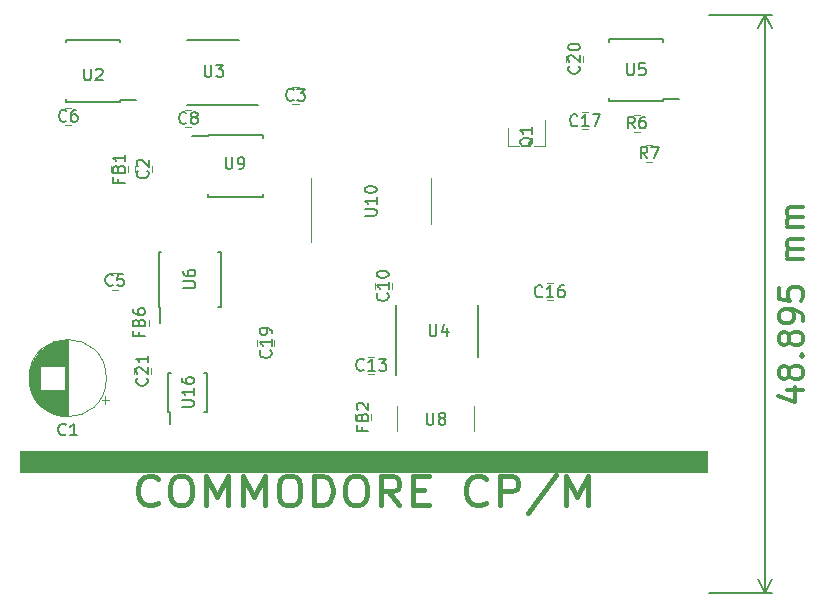
<source format=gbr>
G04 #@! TF.GenerationSoftware,KiCad,Pcbnew,(5.1.5)-3*
G04 #@! TF.CreationDate,2020-07-25T22:57:51-04:00*
G04 #@! TF.ProjectId,c64-cpm-smd,6336342d-6370-46d2-9d73-6d642e6b6963,rev?*
G04 #@! TF.SameCoordinates,Original*
G04 #@! TF.FileFunction,Legend,Top*
G04 #@! TF.FilePolarity,Positive*
%FSLAX46Y46*%
G04 Gerber Fmt 4.6, Leading zero omitted, Abs format (unit mm)*
G04 Created by KiCad (PCBNEW (5.1.5)-3) date 2020-07-25 22:57:51*
%MOMM*%
%LPD*%
G04 APERTURE LIST*
%ADD10C,0.300000*%
%ADD11C,0.150000*%
%ADD12C,0.450000*%
%ADD13C,0.120000*%
%ADD14C,0.100000*%
G04 APERTURE END LIST*
D10*
X190783928Y-134968333D02*
X192117261Y-134968333D01*
X190022023Y-135444523D02*
X191450595Y-135920714D01*
X191450595Y-134682619D01*
X190974404Y-133635000D02*
X190879166Y-133825476D01*
X190783928Y-133920714D01*
X190593452Y-134015952D01*
X190498214Y-134015952D01*
X190307738Y-133920714D01*
X190212500Y-133825476D01*
X190117261Y-133635000D01*
X190117261Y-133254047D01*
X190212500Y-133063571D01*
X190307738Y-132968333D01*
X190498214Y-132873095D01*
X190593452Y-132873095D01*
X190783928Y-132968333D01*
X190879166Y-133063571D01*
X190974404Y-133254047D01*
X190974404Y-133635000D01*
X191069642Y-133825476D01*
X191164880Y-133920714D01*
X191355357Y-134015952D01*
X191736309Y-134015952D01*
X191926785Y-133920714D01*
X192022023Y-133825476D01*
X192117261Y-133635000D01*
X192117261Y-133254047D01*
X192022023Y-133063571D01*
X191926785Y-132968333D01*
X191736309Y-132873095D01*
X191355357Y-132873095D01*
X191164880Y-132968333D01*
X191069642Y-133063571D01*
X190974404Y-133254047D01*
X191926785Y-132015952D02*
X192022023Y-131920714D01*
X192117261Y-132015952D01*
X192022023Y-132111190D01*
X191926785Y-132015952D01*
X192117261Y-132015952D01*
X190974404Y-130777857D02*
X190879166Y-130968333D01*
X190783928Y-131063571D01*
X190593452Y-131158809D01*
X190498214Y-131158809D01*
X190307738Y-131063571D01*
X190212500Y-130968333D01*
X190117261Y-130777857D01*
X190117261Y-130396904D01*
X190212500Y-130206428D01*
X190307738Y-130111190D01*
X190498214Y-130015952D01*
X190593452Y-130015952D01*
X190783928Y-130111190D01*
X190879166Y-130206428D01*
X190974404Y-130396904D01*
X190974404Y-130777857D01*
X191069642Y-130968333D01*
X191164880Y-131063571D01*
X191355357Y-131158809D01*
X191736309Y-131158809D01*
X191926785Y-131063571D01*
X192022023Y-130968333D01*
X192117261Y-130777857D01*
X192117261Y-130396904D01*
X192022023Y-130206428D01*
X191926785Y-130111190D01*
X191736309Y-130015952D01*
X191355357Y-130015952D01*
X191164880Y-130111190D01*
X191069642Y-130206428D01*
X190974404Y-130396904D01*
X192117261Y-129063571D02*
X192117261Y-128682619D01*
X192022023Y-128492142D01*
X191926785Y-128396904D01*
X191641071Y-128206428D01*
X191260119Y-128111190D01*
X190498214Y-128111190D01*
X190307738Y-128206428D01*
X190212500Y-128301666D01*
X190117261Y-128492142D01*
X190117261Y-128873095D01*
X190212500Y-129063571D01*
X190307738Y-129158809D01*
X190498214Y-129254047D01*
X190974404Y-129254047D01*
X191164880Y-129158809D01*
X191260119Y-129063571D01*
X191355357Y-128873095D01*
X191355357Y-128492142D01*
X191260119Y-128301666D01*
X191164880Y-128206428D01*
X190974404Y-128111190D01*
X190117261Y-126301666D02*
X190117261Y-127254047D01*
X191069642Y-127349285D01*
X190974404Y-127254047D01*
X190879166Y-127063571D01*
X190879166Y-126587380D01*
X190974404Y-126396904D01*
X191069642Y-126301666D01*
X191260119Y-126206428D01*
X191736309Y-126206428D01*
X191926785Y-126301666D01*
X192022023Y-126396904D01*
X192117261Y-126587380D01*
X192117261Y-127063571D01*
X192022023Y-127254047D01*
X191926785Y-127349285D01*
X192117261Y-123825476D02*
X190783928Y-123825476D01*
X190974404Y-123825476D02*
X190879166Y-123730238D01*
X190783928Y-123539761D01*
X190783928Y-123254047D01*
X190879166Y-123063571D01*
X191069642Y-122968333D01*
X192117261Y-122968333D01*
X191069642Y-122968333D02*
X190879166Y-122873095D01*
X190783928Y-122682619D01*
X190783928Y-122396904D01*
X190879166Y-122206428D01*
X191069642Y-122111190D01*
X192117261Y-122111190D01*
X192117261Y-121158809D02*
X190783928Y-121158809D01*
X190974404Y-121158809D02*
X190879166Y-121063571D01*
X190783928Y-120873095D01*
X190783928Y-120587380D01*
X190879166Y-120396904D01*
X191069642Y-120301666D01*
X192117261Y-120301666D01*
X191069642Y-120301666D02*
X190879166Y-120206428D01*
X190783928Y-120015952D01*
X190783928Y-119730238D01*
X190879166Y-119539761D01*
X191069642Y-119444523D01*
X192117261Y-119444523D01*
D11*
X188912500Y-152082500D02*
X188912500Y-103187500D01*
X184150000Y-152082500D02*
X189498921Y-152082500D01*
X184150000Y-103187500D02*
X189498921Y-103187500D01*
X188912500Y-103187500D02*
X189498921Y-104314004D01*
X188912500Y-103187500D02*
X188326079Y-104314004D01*
X188912500Y-152082500D02*
X189498921Y-150955996D01*
X188912500Y-152082500D02*
X188326079Y-150955996D01*
D12*
X137523333Y-144466357D02*
X137392380Y-144585404D01*
X136999523Y-144704452D01*
X136737619Y-144704452D01*
X136344761Y-144585404D01*
X136082857Y-144347309D01*
X135951904Y-144109214D01*
X135820952Y-143633023D01*
X135820952Y-143275880D01*
X135951904Y-142799690D01*
X136082857Y-142561595D01*
X136344761Y-142323500D01*
X136737619Y-142204452D01*
X136999523Y-142204452D01*
X137392380Y-142323500D01*
X137523333Y-142442547D01*
X139225714Y-142204452D02*
X139749523Y-142204452D01*
X140011428Y-142323500D01*
X140273333Y-142561595D01*
X140404285Y-143037785D01*
X140404285Y-143871119D01*
X140273333Y-144347309D01*
X140011428Y-144585404D01*
X139749523Y-144704452D01*
X139225714Y-144704452D01*
X138963809Y-144585404D01*
X138701904Y-144347309D01*
X138570952Y-143871119D01*
X138570952Y-143037785D01*
X138701904Y-142561595D01*
X138963809Y-142323500D01*
X139225714Y-142204452D01*
X141582857Y-144704452D02*
X141582857Y-142204452D01*
X142499523Y-143990166D01*
X143416190Y-142204452D01*
X143416190Y-144704452D01*
X144725714Y-144704452D02*
X144725714Y-142204452D01*
X145642380Y-143990166D01*
X146559047Y-142204452D01*
X146559047Y-144704452D01*
X148392380Y-142204452D02*
X148916190Y-142204452D01*
X149178095Y-142323500D01*
X149440000Y-142561595D01*
X149570952Y-143037785D01*
X149570952Y-143871119D01*
X149440000Y-144347309D01*
X149178095Y-144585404D01*
X148916190Y-144704452D01*
X148392380Y-144704452D01*
X148130476Y-144585404D01*
X147868571Y-144347309D01*
X147737619Y-143871119D01*
X147737619Y-143037785D01*
X147868571Y-142561595D01*
X148130476Y-142323500D01*
X148392380Y-142204452D01*
X150749523Y-144704452D02*
X150749523Y-142204452D01*
X151404285Y-142204452D01*
X151797142Y-142323500D01*
X152059047Y-142561595D01*
X152190000Y-142799690D01*
X152320952Y-143275880D01*
X152320952Y-143633023D01*
X152190000Y-144109214D01*
X152059047Y-144347309D01*
X151797142Y-144585404D01*
X151404285Y-144704452D01*
X150749523Y-144704452D01*
X154023333Y-142204452D02*
X154547142Y-142204452D01*
X154809047Y-142323500D01*
X155070952Y-142561595D01*
X155201904Y-143037785D01*
X155201904Y-143871119D01*
X155070952Y-144347309D01*
X154809047Y-144585404D01*
X154547142Y-144704452D01*
X154023333Y-144704452D01*
X153761428Y-144585404D01*
X153499523Y-144347309D01*
X153368571Y-143871119D01*
X153368571Y-143037785D01*
X153499523Y-142561595D01*
X153761428Y-142323500D01*
X154023333Y-142204452D01*
X157951904Y-144704452D02*
X157035238Y-143513976D01*
X156380476Y-144704452D02*
X156380476Y-142204452D01*
X157428095Y-142204452D01*
X157690000Y-142323500D01*
X157820952Y-142442547D01*
X157951904Y-142680642D01*
X157951904Y-143037785D01*
X157820952Y-143275880D01*
X157690000Y-143394928D01*
X157428095Y-143513976D01*
X156380476Y-143513976D01*
X159130476Y-143394928D02*
X160047142Y-143394928D01*
X160440000Y-144704452D02*
X159130476Y-144704452D01*
X159130476Y-142204452D01*
X160440000Y-142204452D01*
X165285238Y-144466357D02*
X165154285Y-144585404D01*
X164761428Y-144704452D01*
X164499523Y-144704452D01*
X164106666Y-144585404D01*
X163844761Y-144347309D01*
X163713809Y-144109214D01*
X163582857Y-143633023D01*
X163582857Y-143275880D01*
X163713809Y-142799690D01*
X163844761Y-142561595D01*
X164106666Y-142323500D01*
X164499523Y-142204452D01*
X164761428Y-142204452D01*
X165154285Y-142323500D01*
X165285238Y-142442547D01*
X166463809Y-144704452D02*
X166463809Y-142204452D01*
X167511428Y-142204452D01*
X167773333Y-142323500D01*
X167904285Y-142442547D01*
X168035238Y-142680642D01*
X168035238Y-143037785D01*
X167904285Y-143275880D01*
X167773333Y-143394928D01*
X167511428Y-143513976D01*
X166463809Y-143513976D01*
X171178095Y-142085404D02*
X168820952Y-145299690D01*
X172094761Y-144704452D02*
X172094761Y-142204452D01*
X173011428Y-143990166D01*
X173928095Y-142204452D01*
X173928095Y-144704452D01*
D13*
X133147500Y-133921500D02*
G75*
G03X133147500Y-133921500I-3270000J0D01*
G01*
X129877500Y-137151500D02*
X129877500Y-130691500D01*
X129837500Y-137151500D02*
X129837500Y-130691500D01*
X129797500Y-137151500D02*
X129797500Y-130691500D01*
X129757500Y-137149500D02*
X129757500Y-130693500D01*
X129717500Y-137148500D02*
X129717500Y-130694500D01*
X129677500Y-137145500D02*
X129677500Y-130697500D01*
X129637500Y-137143500D02*
X129637500Y-134961500D01*
X129637500Y-132881500D02*
X129637500Y-130699500D01*
X129597500Y-137139500D02*
X129597500Y-134961500D01*
X129597500Y-132881500D02*
X129597500Y-130703500D01*
X129557500Y-137136500D02*
X129557500Y-134961500D01*
X129557500Y-132881500D02*
X129557500Y-130706500D01*
X129517500Y-137132500D02*
X129517500Y-134961500D01*
X129517500Y-132881500D02*
X129517500Y-130710500D01*
X129477500Y-137127500D02*
X129477500Y-134961500D01*
X129477500Y-132881500D02*
X129477500Y-130715500D01*
X129437500Y-137122500D02*
X129437500Y-134961500D01*
X129437500Y-132881500D02*
X129437500Y-130720500D01*
X129397500Y-137116500D02*
X129397500Y-134961500D01*
X129397500Y-132881500D02*
X129397500Y-130726500D01*
X129357500Y-137110500D02*
X129357500Y-134961500D01*
X129357500Y-132881500D02*
X129357500Y-130732500D01*
X129317500Y-137103500D02*
X129317500Y-134961500D01*
X129317500Y-132881500D02*
X129317500Y-130739500D01*
X129277500Y-137096500D02*
X129277500Y-134961500D01*
X129277500Y-132881500D02*
X129277500Y-130746500D01*
X129237500Y-137088500D02*
X129237500Y-134961500D01*
X129237500Y-132881500D02*
X129237500Y-130754500D01*
X129197500Y-137080500D02*
X129197500Y-134961500D01*
X129197500Y-132881500D02*
X129197500Y-130762500D01*
X129156500Y-137071500D02*
X129156500Y-134961500D01*
X129156500Y-132881500D02*
X129156500Y-130771500D01*
X129116500Y-137062500D02*
X129116500Y-134961500D01*
X129116500Y-132881500D02*
X129116500Y-130780500D01*
X129076500Y-137052500D02*
X129076500Y-134961500D01*
X129076500Y-132881500D02*
X129076500Y-130790500D01*
X129036500Y-137042500D02*
X129036500Y-134961500D01*
X129036500Y-132881500D02*
X129036500Y-130800500D01*
X128996500Y-137031500D02*
X128996500Y-134961500D01*
X128996500Y-132881500D02*
X128996500Y-130811500D01*
X128956500Y-137019500D02*
X128956500Y-134961500D01*
X128956500Y-132881500D02*
X128956500Y-130823500D01*
X128916500Y-137007500D02*
X128916500Y-134961500D01*
X128916500Y-132881500D02*
X128916500Y-130835500D01*
X128876500Y-136995500D02*
X128876500Y-134961500D01*
X128876500Y-132881500D02*
X128876500Y-130847500D01*
X128836500Y-136982500D02*
X128836500Y-134961500D01*
X128836500Y-132881500D02*
X128836500Y-130860500D01*
X128796500Y-136968500D02*
X128796500Y-134961500D01*
X128796500Y-132881500D02*
X128796500Y-130874500D01*
X128756500Y-136954500D02*
X128756500Y-134961500D01*
X128756500Y-132881500D02*
X128756500Y-130888500D01*
X128716500Y-136939500D02*
X128716500Y-134961500D01*
X128716500Y-132881500D02*
X128716500Y-130903500D01*
X128676500Y-136923500D02*
X128676500Y-134961500D01*
X128676500Y-132881500D02*
X128676500Y-130919500D01*
X128636500Y-136907500D02*
X128636500Y-134961500D01*
X128636500Y-132881500D02*
X128636500Y-130935500D01*
X128596500Y-136891500D02*
X128596500Y-134961500D01*
X128596500Y-132881500D02*
X128596500Y-130951500D01*
X128556500Y-136873500D02*
X128556500Y-134961500D01*
X128556500Y-132881500D02*
X128556500Y-130969500D01*
X128516500Y-136855500D02*
X128516500Y-134961500D01*
X128516500Y-132881500D02*
X128516500Y-130987500D01*
X128476500Y-136837500D02*
X128476500Y-134961500D01*
X128476500Y-132881500D02*
X128476500Y-131005500D01*
X128436500Y-136817500D02*
X128436500Y-134961500D01*
X128436500Y-132881500D02*
X128436500Y-131025500D01*
X128396500Y-136797500D02*
X128396500Y-134961500D01*
X128396500Y-132881500D02*
X128396500Y-131045500D01*
X128356500Y-136777500D02*
X128356500Y-134961500D01*
X128356500Y-132881500D02*
X128356500Y-131065500D01*
X128316500Y-136755500D02*
X128316500Y-134961500D01*
X128316500Y-132881500D02*
X128316500Y-131087500D01*
X128276500Y-136733500D02*
X128276500Y-134961500D01*
X128276500Y-132881500D02*
X128276500Y-131109500D01*
X128236500Y-136711500D02*
X128236500Y-134961500D01*
X128236500Y-132881500D02*
X128236500Y-131131500D01*
X128196500Y-136687500D02*
X128196500Y-134961500D01*
X128196500Y-132881500D02*
X128196500Y-131155500D01*
X128156500Y-136663500D02*
X128156500Y-134961500D01*
X128156500Y-132881500D02*
X128156500Y-131179500D01*
X128116500Y-136637500D02*
X128116500Y-134961500D01*
X128116500Y-132881500D02*
X128116500Y-131205500D01*
X128076500Y-136611500D02*
X128076500Y-134961500D01*
X128076500Y-132881500D02*
X128076500Y-131231500D01*
X128036500Y-136585500D02*
X128036500Y-134961500D01*
X128036500Y-132881500D02*
X128036500Y-131257500D01*
X127996500Y-136557500D02*
X127996500Y-134961500D01*
X127996500Y-132881500D02*
X127996500Y-131285500D01*
X127956500Y-136528500D02*
X127956500Y-134961500D01*
X127956500Y-132881500D02*
X127956500Y-131314500D01*
X127916500Y-136499500D02*
X127916500Y-134961500D01*
X127916500Y-132881500D02*
X127916500Y-131343500D01*
X127876500Y-136469500D02*
X127876500Y-134961500D01*
X127876500Y-132881500D02*
X127876500Y-131373500D01*
X127836500Y-136437500D02*
X127836500Y-134961500D01*
X127836500Y-132881500D02*
X127836500Y-131405500D01*
X127796500Y-136405500D02*
X127796500Y-134961500D01*
X127796500Y-132881500D02*
X127796500Y-131437500D01*
X127756500Y-136371500D02*
X127756500Y-134961500D01*
X127756500Y-132881500D02*
X127756500Y-131471500D01*
X127716500Y-136337500D02*
X127716500Y-134961500D01*
X127716500Y-132881500D02*
X127716500Y-131505500D01*
X127676500Y-136301500D02*
X127676500Y-134961500D01*
X127676500Y-132881500D02*
X127676500Y-131541500D01*
X127636500Y-136264500D02*
X127636500Y-134961500D01*
X127636500Y-132881500D02*
X127636500Y-131578500D01*
X127596500Y-136226500D02*
X127596500Y-134961500D01*
X127596500Y-132881500D02*
X127596500Y-131616500D01*
X127556500Y-136186500D02*
X127556500Y-131656500D01*
X127516500Y-136145500D02*
X127516500Y-131697500D01*
X127476500Y-136103500D02*
X127476500Y-131739500D01*
X127436500Y-136058500D02*
X127436500Y-131784500D01*
X127396500Y-136013500D02*
X127396500Y-131829500D01*
X127356500Y-135965500D02*
X127356500Y-131877500D01*
X127316500Y-135916500D02*
X127316500Y-131926500D01*
X127276500Y-135865500D02*
X127276500Y-131977500D01*
X127236500Y-135811500D02*
X127236500Y-132031500D01*
X127196500Y-135755500D02*
X127196500Y-132087500D01*
X127156500Y-135697500D02*
X127156500Y-132145500D01*
X127116500Y-135635500D02*
X127116500Y-132207500D01*
X127076500Y-135571500D02*
X127076500Y-132271500D01*
X127036500Y-135502500D02*
X127036500Y-132340500D01*
X126996500Y-135430500D02*
X126996500Y-132412500D01*
X126956500Y-135353500D02*
X126956500Y-132489500D01*
X126916500Y-135271500D02*
X126916500Y-132571500D01*
X126876500Y-135183500D02*
X126876500Y-132659500D01*
X126836500Y-135086500D02*
X126836500Y-132756500D01*
X126796500Y-134980500D02*
X126796500Y-132862500D01*
X126756500Y-134861500D02*
X126756500Y-132981500D01*
X126716500Y-134723500D02*
X126716500Y-133119500D01*
X126676500Y-134554500D02*
X126676500Y-133288500D01*
X126636500Y-134323500D02*
X126636500Y-133519500D01*
X133377741Y-135760500D02*
X132747741Y-135760500D01*
X133062741Y-136075500D02*
X133062741Y-135445500D01*
X136981000Y-115943748D02*
X136981000Y-116466252D01*
X135561000Y-115943748D02*
X135561000Y-116466252D01*
X148900248Y-110692000D02*
X149422752Y-110692000D01*
X148900248Y-109272000D02*
X149422752Y-109272000D01*
X134119252Y-125020000D02*
X133596748Y-125020000D01*
X134119252Y-126440000D02*
X133596748Y-126440000D01*
X129659748Y-111050000D02*
X130182252Y-111050000D01*
X129659748Y-112470000D02*
X130182252Y-112470000D01*
X139819748Y-111240500D02*
X140342252Y-111240500D01*
X139819748Y-112660500D02*
X140342252Y-112660500D01*
X157301000Y-126363252D02*
X157301000Y-125840748D01*
X155881000Y-126363252D02*
X155881000Y-125840748D01*
X155836252Y-133552000D02*
X155313748Y-133552000D01*
X155836252Y-132132000D02*
X155313748Y-132132000D01*
X170426748Y-127329000D02*
X170949252Y-127329000D01*
X170426748Y-125909000D02*
X170949252Y-125909000D01*
X173933752Y-111431000D02*
X173411248Y-111431000D01*
X173933752Y-112851000D02*
X173411248Y-112851000D01*
X145911500Y-131198252D02*
X145911500Y-130675748D01*
X147331500Y-131198252D02*
X147331500Y-130675748D01*
X173493500Y-106609248D02*
X173493500Y-107131752D01*
X172073500Y-106609248D02*
X172073500Y-107131752D01*
X134949000Y-116466252D02*
X134949000Y-115943748D01*
X133529000Y-116466252D02*
X133529000Y-115943748D01*
X154166500Y-137484752D02*
X154166500Y-136962248D01*
X155586500Y-137484752D02*
X155586500Y-136962248D01*
X136727000Y-128961248D02*
X136727000Y-129483752D01*
X135307000Y-128961248D02*
X135307000Y-129483752D01*
X177792748Y-111621500D02*
X178315252Y-111621500D01*
X177792748Y-113041500D02*
X178315252Y-113041500D01*
X178863248Y-115581500D02*
X179385752Y-115581500D01*
X178863248Y-114161500D02*
X179385752Y-114161500D01*
D11*
X134341500Y-110511500D02*
X134341500Y-110386500D01*
X129691500Y-110511500D02*
X129691500Y-110286500D01*
X129691500Y-105261500D02*
X129691500Y-105486500D01*
X134341500Y-105261500D02*
X134341500Y-105486500D01*
X134341500Y-110511500D02*
X129691500Y-110511500D01*
X134341500Y-105261500D02*
X129691500Y-105261500D01*
X134341500Y-110386500D02*
X135691500Y-110386500D01*
X144376500Y-105288500D02*
X139976500Y-105288500D01*
X145951500Y-110813500D02*
X139976500Y-110813500D01*
X157713000Y-133671000D02*
X157713000Y-127696000D01*
X164613000Y-132146000D02*
X164613000Y-127696000D01*
X180315500Y-110448000D02*
X180315500Y-110323000D01*
X175665500Y-110448000D02*
X175665500Y-110223000D01*
X175665500Y-105198000D02*
X175665500Y-105423000D01*
X180315500Y-105198000D02*
X180315500Y-105423000D01*
X180315500Y-110448000D02*
X175665500Y-110448000D01*
X180315500Y-105198000D02*
X175665500Y-105198000D01*
X180315500Y-110323000D02*
X181665500Y-110323000D01*
X137583000Y-127864500D02*
X137708000Y-127864500D01*
X137583000Y-123214500D02*
X137808000Y-123214500D01*
X142833000Y-123214500D02*
X142608000Y-123214500D01*
X142833000Y-127864500D02*
X142608000Y-127864500D01*
X137583000Y-127864500D02*
X137583000Y-123214500D01*
X142833000Y-127864500D02*
X142833000Y-123214500D01*
X137708000Y-127864500D02*
X137708000Y-129214500D01*
D13*
X164306000Y-136300500D02*
X164306000Y-138400500D01*
X157766000Y-136300500D02*
X157766000Y-138400500D01*
D11*
X141756500Y-113451000D02*
X140406500Y-113451000D01*
X141756500Y-118576000D02*
X146406500Y-118576000D01*
X141756500Y-113326000D02*
X146406500Y-113326000D01*
X141756500Y-118576000D02*
X141756500Y-118351000D01*
X146406500Y-118576000D02*
X146406500Y-118351000D01*
X146406500Y-113326000D02*
X146406500Y-113551000D01*
X141756500Y-113326000D02*
X141756500Y-113451000D01*
D13*
X160635000Y-118935500D02*
X160635000Y-116985500D01*
X160635000Y-118935500D02*
X160635000Y-120885500D01*
X150515000Y-118935500D02*
X150515000Y-116985500D01*
X150515000Y-118935500D02*
X150515000Y-122385500D01*
D11*
X138392500Y-136753000D02*
X138517500Y-136753000D01*
X138392500Y-133503000D02*
X138617500Y-133503000D01*
X141642500Y-133503000D02*
X141417500Y-133503000D01*
X141642500Y-136753000D02*
X141417500Y-136753000D01*
X138392500Y-136753000D02*
X138392500Y-133503000D01*
X141642500Y-136753000D02*
X141642500Y-133503000D01*
X138517500Y-136753000D02*
X138517500Y-137828000D01*
D13*
X167139500Y-114234500D02*
X168069500Y-114234500D01*
X170299500Y-114234500D02*
X169369500Y-114234500D01*
X170299500Y-114234500D02*
X170299500Y-112074500D01*
X167139500Y-114234500D02*
X167139500Y-112774500D01*
X136917500Y-133025248D02*
X136917500Y-133547752D01*
X135497500Y-133025248D02*
X135497500Y-133547752D01*
D14*
G36*
X125857000Y-140081000D02*
G01*
X125857000Y-141859000D01*
X184023000Y-141859000D01*
X184023000Y-140081000D01*
X125857000Y-140081000D01*
G37*
X125857000Y-140081000D02*
X125857000Y-141859000D01*
X184023000Y-141859000D01*
X184023000Y-140081000D01*
X125857000Y-140081000D01*
D11*
X129710833Y-138678642D02*
X129663214Y-138726261D01*
X129520357Y-138773880D01*
X129425119Y-138773880D01*
X129282261Y-138726261D01*
X129187023Y-138631023D01*
X129139404Y-138535785D01*
X129091785Y-138345309D01*
X129091785Y-138202452D01*
X129139404Y-138011976D01*
X129187023Y-137916738D01*
X129282261Y-137821500D01*
X129425119Y-137773880D01*
X129520357Y-137773880D01*
X129663214Y-137821500D01*
X129710833Y-137869119D01*
X130663214Y-138773880D02*
X130091785Y-138773880D01*
X130377500Y-138773880D02*
X130377500Y-137773880D01*
X130282261Y-137916738D01*
X130187023Y-138011976D01*
X130091785Y-138059595D01*
X136628142Y-116371666D02*
X136675761Y-116419285D01*
X136723380Y-116562142D01*
X136723380Y-116657380D01*
X136675761Y-116800238D01*
X136580523Y-116895476D01*
X136485285Y-116943095D01*
X136294809Y-116990714D01*
X136151952Y-116990714D01*
X135961476Y-116943095D01*
X135866238Y-116895476D01*
X135771000Y-116800238D01*
X135723380Y-116657380D01*
X135723380Y-116562142D01*
X135771000Y-116419285D01*
X135818619Y-116371666D01*
X135818619Y-115990714D02*
X135771000Y-115943095D01*
X135723380Y-115847857D01*
X135723380Y-115609761D01*
X135771000Y-115514523D01*
X135818619Y-115466904D01*
X135913857Y-115419285D01*
X136009095Y-115419285D01*
X136151952Y-115466904D01*
X136723380Y-116038333D01*
X136723380Y-115419285D01*
X148994833Y-110339142D02*
X148947214Y-110386761D01*
X148804357Y-110434380D01*
X148709119Y-110434380D01*
X148566261Y-110386761D01*
X148471023Y-110291523D01*
X148423404Y-110196285D01*
X148375785Y-110005809D01*
X148375785Y-109862952D01*
X148423404Y-109672476D01*
X148471023Y-109577238D01*
X148566261Y-109482000D01*
X148709119Y-109434380D01*
X148804357Y-109434380D01*
X148947214Y-109482000D01*
X148994833Y-109529619D01*
X149328166Y-109434380D02*
X149947214Y-109434380D01*
X149613880Y-109815333D01*
X149756738Y-109815333D01*
X149851976Y-109862952D01*
X149899595Y-109910571D01*
X149947214Y-110005809D01*
X149947214Y-110243904D01*
X149899595Y-110339142D01*
X149851976Y-110386761D01*
X149756738Y-110434380D01*
X149471023Y-110434380D01*
X149375785Y-110386761D01*
X149328166Y-110339142D01*
X133691333Y-126023642D02*
X133643714Y-126071261D01*
X133500857Y-126118880D01*
X133405619Y-126118880D01*
X133262761Y-126071261D01*
X133167523Y-125976023D01*
X133119904Y-125880785D01*
X133072285Y-125690309D01*
X133072285Y-125547452D01*
X133119904Y-125356976D01*
X133167523Y-125261738D01*
X133262761Y-125166500D01*
X133405619Y-125118880D01*
X133500857Y-125118880D01*
X133643714Y-125166500D01*
X133691333Y-125214119D01*
X134596095Y-125118880D02*
X134119904Y-125118880D01*
X134072285Y-125595071D01*
X134119904Y-125547452D01*
X134215142Y-125499833D01*
X134453238Y-125499833D01*
X134548476Y-125547452D01*
X134596095Y-125595071D01*
X134643714Y-125690309D01*
X134643714Y-125928404D01*
X134596095Y-126023642D01*
X134548476Y-126071261D01*
X134453238Y-126118880D01*
X134215142Y-126118880D01*
X134119904Y-126071261D01*
X134072285Y-126023642D01*
X129763333Y-112117142D02*
X129715714Y-112164761D01*
X129572857Y-112212380D01*
X129477619Y-112212380D01*
X129334761Y-112164761D01*
X129239523Y-112069523D01*
X129191904Y-111974285D01*
X129144285Y-111783809D01*
X129144285Y-111640952D01*
X129191904Y-111450476D01*
X129239523Y-111355238D01*
X129334761Y-111260000D01*
X129477619Y-111212380D01*
X129572857Y-111212380D01*
X129715714Y-111260000D01*
X129763333Y-111307619D01*
X130620476Y-111212380D02*
X130430000Y-111212380D01*
X130334761Y-111260000D01*
X130287142Y-111307619D01*
X130191904Y-111450476D01*
X130144285Y-111640952D01*
X130144285Y-112021904D01*
X130191904Y-112117142D01*
X130239523Y-112164761D01*
X130334761Y-112212380D01*
X130525238Y-112212380D01*
X130620476Y-112164761D01*
X130668095Y-112117142D01*
X130715714Y-112021904D01*
X130715714Y-111783809D01*
X130668095Y-111688571D01*
X130620476Y-111640952D01*
X130525238Y-111593333D01*
X130334761Y-111593333D01*
X130239523Y-111640952D01*
X130191904Y-111688571D01*
X130144285Y-111783809D01*
X139914333Y-112307642D02*
X139866714Y-112355261D01*
X139723857Y-112402880D01*
X139628619Y-112402880D01*
X139485761Y-112355261D01*
X139390523Y-112260023D01*
X139342904Y-112164785D01*
X139295285Y-111974309D01*
X139295285Y-111831452D01*
X139342904Y-111640976D01*
X139390523Y-111545738D01*
X139485761Y-111450500D01*
X139628619Y-111402880D01*
X139723857Y-111402880D01*
X139866714Y-111450500D01*
X139914333Y-111498119D01*
X140485761Y-111831452D02*
X140390523Y-111783833D01*
X140342904Y-111736214D01*
X140295285Y-111640976D01*
X140295285Y-111593357D01*
X140342904Y-111498119D01*
X140390523Y-111450500D01*
X140485761Y-111402880D01*
X140676238Y-111402880D01*
X140771476Y-111450500D01*
X140819095Y-111498119D01*
X140866714Y-111593357D01*
X140866714Y-111640976D01*
X140819095Y-111736214D01*
X140771476Y-111783833D01*
X140676238Y-111831452D01*
X140485761Y-111831452D01*
X140390523Y-111879071D01*
X140342904Y-111926690D01*
X140295285Y-112021928D01*
X140295285Y-112212404D01*
X140342904Y-112307642D01*
X140390523Y-112355261D01*
X140485761Y-112402880D01*
X140676238Y-112402880D01*
X140771476Y-112355261D01*
X140819095Y-112307642D01*
X140866714Y-112212404D01*
X140866714Y-112021928D01*
X140819095Y-111926690D01*
X140771476Y-111879071D01*
X140676238Y-111831452D01*
X156948142Y-126744857D02*
X156995761Y-126792476D01*
X157043380Y-126935333D01*
X157043380Y-127030571D01*
X156995761Y-127173428D01*
X156900523Y-127268666D01*
X156805285Y-127316285D01*
X156614809Y-127363904D01*
X156471952Y-127363904D01*
X156281476Y-127316285D01*
X156186238Y-127268666D01*
X156091000Y-127173428D01*
X156043380Y-127030571D01*
X156043380Y-126935333D01*
X156091000Y-126792476D01*
X156138619Y-126744857D01*
X157043380Y-125792476D02*
X157043380Y-126363904D01*
X157043380Y-126078190D02*
X156043380Y-126078190D01*
X156186238Y-126173428D01*
X156281476Y-126268666D01*
X156329095Y-126363904D01*
X156043380Y-125173428D02*
X156043380Y-125078190D01*
X156091000Y-124982952D01*
X156138619Y-124935333D01*
X156233857Y-124887714D01*
X156424333Y-124840095D01*
X156662428Y-124840095D01*
X156852904Y-124887714D01*
X156948142Y-124935333D01*
X156995761Y-124982952D01*
X157043380Y-125078190D01*
X157043380Y-125173428D01*
X156995761Y-125268666D01*
X156948142Y-125316285D01*
X156852904Y-125363904D01*
X156662428Y-125411523D01*
X156424333Y-125411523D01*
X156233857Y-125363904D01*
X156138619Y-125316285D01*
X156091000Y-125268666D01*
X156043380Y-125173428D01*
X154932142Y-133199142D02*
X154884523Y-133246761D01*
X154741666Y-133294380D01*
X154646428Y-133294380D01*
X154503571Y-133246761D01*
X154408333Y-133151523D01*
X154360714Y-133056285D01*
X154313095Y-132865809D01*
X154313095Y-132722952D01*
X154360714Y-132532476D01*
X154408333Y-132437238D01*
X154503571Y-132342000D01*
X154646428Y-132294380D01*
X154741666Y-132294380D01*
X154884523Y-132342000D01*
X154932142Y-132389619D01*
X155884523Y-133294380D02*
X155313095Y-133294380D01*
X155598809Y-133294380D02*
X155598809Y-132294380D01*
X155503571Y-132437238D01*
X155408333Y-132532476D01*
X155313095Y-132580095D01*
X156217857Y-132294380D02*
X156836904Y-132294380D01*
X156503571Y-132675333D01*
X156646428Y-132675333D01*
X156741666Y-132722952D01*
X156789285Y-132770571D01*
X156836904Y-132865809D01*
X156836904Y-133103904D01*
X156789285Y-133199142D01*
X156741666Y-133246761D01*
X156646428Y-133294380D01*
X156360714Y-133294380D01*
X156265476Y-133246761D01*
X156217857Y-133199142D01*
X170045142Y-126976142D02*
X169997523Y-127023761D01*
X169854666Y-127071380D01*
X169759428Y-127071380D01*
X169616571Y-127023761D01*
X169521333Y-126928523D01*
X169473714Y-126833285D01*
X169426095Y-126642809D01*
X169426095Y-126499952D01*
X169473714Y-126309476D01*
X169521333Y-126214238D01*
X169616571Y-126119000D01*
X169759428Y-126071380D01*
X169854666Y-126071380D01*
X169997523Y-126119000D01*
X170045142Y-126166619D01*
X170997523Y-127071380D02*
X170426095Y-127071380D01*
X170711809Y-127071380D02*
X170711809Y-126071380D01*
X170616571Y-126214238D01*
X170521333Y-126309476D01*
X170426095Y-126357095D01*
X171854666Y-126071380D02*
X171664190Y-126071380D01*
X171568952Y-126119000D01*
X171521333Y-126166619D01*
X171426095Y-126309476D01*
X171378476Y-126499952D01*
X171378476Y-126880904D01*
X171426095Y-126976142D01*
X171473714Y-127023761D01*
X171568952Y-127071380D01*
X171759428Y-127071380D01*
X171854666Y-127023761D01*
X171902285Y-126976142D01*
X171949904Y-126880904D01*
X171949904Y-126642809D01*
X171902285Y-126547571D01*
X171854666Y-126499952D01*
X171759428Y-126452333D01*
X171568952Y-126452333D01*
X171473714Y-126499952D01*
X171426095Y-126547571D01*
X171378476Y-126642809D01*
X173029642Y-112498142D02*
X172982023Y-112545761D01*
X172839166Y-112593380D01*
X172743928Y-112593380D01*
X172601071Y-112545761D01*
X172505833Y-112450523D01*
X172458214Y-112355285D01*
X172410595Y-112164809D01*
X172410595Y-112021952D01*
X172458214Y-111831476D01*
X172505833Y-111736238D01*
X172601071Y-111641000D01*
X172743928Y-111593380D01*
X172839166Y-111593380D01*
X172982023Y-111641000D01*
X173029642Y-111688619D01*
X173982023Y-112593380D02*
X173410595Y-112593380D01*
X173696309Y-112593380D02*
X173696309Y-111593380D01*
X173601071Y-111736238D01*
X173505833Y-111831476D01*
X173410595Y-111879095D01*
X174315357Y-111593380D02*
X174982023Y-111593380D01*
X174553452Y-112593380D01*
X147042142Y-131570857D02*
X147089761Y-131618476D01*
X147137380Y-131761333D01*
X147137380Y-131856571D01*
X147089761Y-131999428D01*
X146994523Y-132094666D01*
X146899285Y-132142285D01*
X146708809Y-132189904D01*
X146565952Y-132189904D01*
X146375476Y-132142285D01*
X146280238Y-132094666D01*
X146185000Y-131999428D01*
X146137380Y-131856571D01*
X146137380Y-131761333D01*
X146185000Y-131618476D01*
X146232619Y-131570857D01*
X147137380Y-130618476D02*
X147137380Y-131189904D01*
X147137380Y-130904190D02*
X146137380Y-130904190D01*
X146280238Y-130999428D01*
X146375476Y-131094666D01*
X146423095Y-131189904D01*
X147137380Y-130142285D02*
X147137380Y-129951809D01*
X147089761Y-129856571D01*
X147042142Y-129808952D01*
X146899285Y-129713714D01*
X146708809Y-129666095D01*
X146327857Y-129666095D01*
X146232619Y-129713714D01*
X146185000Y-129761333D01*
X146137380Y-129856571D01*
X146137380Y-130047047D01*
X146185000Y-130142285D01*
X146232619Y-130189904D01*
X146327857Y-130237523D01*
X146565952Y-130237523D01*
X146661190Y-130189904D01*
X146708809Y-130142285D01*
X146756428Y-130047047D01*
X146756428Y-129856571D01*
X146708809Y-129761333D01*
X146661190Y-129713714D01*
X146565952Y-129666095D01*
X173140642Y-107513357D02*
X173188261Y-107560976D01*
X173235880Y-107703833D01*
X173235880Y-107799071D01*
X173188261Y-107941928D01*
X173093023Y-108037166D01*
X172997785Y-108084785D01*
X172807309Y-108132404D01*
X172664452Y-108132404D01*
X172473976Y-108084785D01*
X172378738Y-108037166D01*
X172283500Y-107941928D01*
X172235880Y-107799071D01*
X172235880Y-107703833D01*
X172283500Y-107560976D01*
X172331119Y-107513357D01*
X172331119Y-107132404D02*
X172283500Y-107084785D01*
X172235880Y-106989547D01*
X172235880Y-106751452D01*
X172283500Y-106656214D01*
X172331119Y-106608595D01*
X172426357Y-106560976D01*
X172521595Y-106560976D01*
X172664452Y-106608595D01*
X173235880Y-107180023D01*
X173235880Y-106560976D01*
X172235880Y-105941928D02*
X172235880Y-105846690D01*
X172283500Y-105751452D01*
X172331119Y-105703833D01*
X172426357Y-105656214D01*
X172616833Y-105608595D01*
X172854928Y-105608595D01*
X173045404Y-105656214D01*
X173140642Y-105703833D01*
X173188261Y-105751452D01*
X173235880Y-105846690D01*
X173235880Y-105941928D01*
X173188261Y-106037166D01*
X173140642Y-106084785D01*
X173045404Y-106132404D01*
X172854928Y-106180023D01*
X172616833Y-106180023D01*
X172426357Y-106132404D01*
X172331119Y-106084785D01*
X172283500Y-106037166D01*
X172235880Y-105941928D01*
X134167571Y-117038333D02*
X134167571Y-117371666D01*
X134691380Y-117371666D02*
X133691380Y-117371666D01*
X133691380Y-116895476D01*
X134167571Y-116181190D02*
X134215190Y-116038333D01*
X134262809Y-115990714D01*
X134358047Y-115943095D01*
X134500904Y-115943095D01*
X134596142Y-115990714D01*
X134643761Y-116038333D01*
X134691380Y-116133571D01*
X134691380Y-116514523D01*
X133691380Y-116514523D01*
X133691380Y-116181190D01*
X133739000Y-116085952D01*
X133786619Y-116038333D01*
X133881857Y-115990714D01*
X133977095Y-115990714D01*
X134072333Y-116038333D01*
X134119952Y-116085952D01*
X134167571Y-116181190D01*
X134167571Y-116514523D01*
X134691380Y-114990714D02*
X134691380Y-115562142D01*
X134691380Y-115276428D02*
X133691380Y-115276428D01*
X133834238Y-115371666D01*
X133929476Y-115466904D01*
X133977095Y-115562142D01*
X154805071Y-138056833D02*
X154805071Y-138390166D01*
X155328880Y-138390166D02*
X154328880Y-138390166D01*
X154328880Y-137913976D01*
X154805071Y-137199690D02*
X154852690Y-137056833D01*
X154900309Y-137009214D01*
X154995547Y-136961595D01*
X155138404Y-136961595D01*
X155233642Y-137009214D01*
X155281261Y-137056833D01*
X155328880Y-137152071D01*
X155328880Y-137533023D01*
X154328880Y-137533023D01*
X154328880Y-137199690D01*
X154376500Y-137104452D01*
X154424119Y-137056833D01*
X154519357Y-137009214D01*
X154614595Y-137009214D01*
X154709833Y-137056833D01*
X154757452Y-137104452D01*
X154805071Y-137199690D01*
X154805071Y-137533023D01*
X154424119Y-136580642D02*
X154376500Y-136533023D01*
X154328880Y-136437785D01*
X154328880Y-136199690D01*
X154376500Y-136104452D01*
X154424119Y-136056833D01*
X154519357Y-136009214D01*
X154614595Y-136009214D01*
X154757452Y-136056833D01*
X155328880Y-136628261D01*
X155328880Y-136009214D01*
X135882071Y-130055833D02*
X135882071Y-130389166D01*
X136405880Y-130389166D02*
X135405880Y-130389166D01*
X135405880Y-129912976D01*
X135882071Y-129198690D02*
X135929690Y-129055833D01*
X135977309Y-129008214D01*
X136072547Y-128960595D01*
X136215404Y-128960595D01*
X136310642Y-129008214D01*
X136358261Y-129055833D01*
X136405880Y-129151071D01*
X136405880Y-129532023D01*
X135405880Y-129532023D01*
X135405880Y-129198690D01*
X135453500Y-129103452D01*
X135501119Y-129055833D01*
X135596357Y-129008214D01*
X135691595Y-129008214D01*
X135786833Y-129055833D01*
X135834452Y-129103452D01*
X135882071Y-129198690D01*
X135882071Y-129532023D01*
X135405880Y-128103452D02*
X135405880Y-128293928D01*
X135453500Y-128389166D01*
X135501119Y-128436785D01*
X135643976Y-128532023D01*
X135834452Y-128579642D01*
X136215404Y-128579642D01*
X136310642Y-128532023D01*
X136358261Y-128484404D01*
X136405880Y-128389166D01*
X136405880Y-128198690D01*
X136358261Y-128103452D01*
X136310642Y-128055833D01*
X136215404Y-128008214D01*
X135977309Y-128008214D01*
X135882071Y-128055833D01*
X135834452Y-128103452D01*
X135786833Y-128198690D01*
X135786833Y-128389166D01*
X135834452Y-128484404D01*
X135882071Y-128532023D01*
X135977309Y-128579642D01*
X177887333Y-112783880D02*
X177554000Y-112307690D01*
X177315904Y-112783880D02*
X177315904Y-111783880D01*
X177696857Y-111783880D01*
X177792095Y-111831500D01*
X177839714Y-111879119D01*
X177887333Y-111974357D01*
X177887333Y-112117214D01*
X177839714Y-112212452D01*
X177792095Y-112260071D01*
X177696857Y-112307690D01*
X177315904Y-112307690D01*
X178744476Y-111783880D02*
X178554000Y-111783880D01*
X178458761Y-111831500D01*
X178411142Y-111879119D01*
X178315904Y-112021976D01*
X178268285Y-112212452D01*
X178268285Y-112593404D01*
X178315904Y-112688642D01*
X178363523Y-112736261D01*
X178458761Y-112783880D01*
X178649238Y-112783880D01*
X178744476Y-112736261D01*
X178792095Y-112688642D01*
X178839714Y-112593404D01*
X178839714Y-112355309D01*
X178792095Y-112260071D01*
X178744476Y-112212452D01*
X178649238Y-112164833D01*
X178458761Y-112164833D01*
X178363523Y-112212452D01*
X178315904Y-112260071D01*
X178268285Y-112355309D01*
X178957833Y-115323880D02*
X178624500Y-114847690D01*
X178386404Y-115323880D02*
X178386404Y-114323880D01*
X178767357Y-114323880D01*
X178862595Y-114371500D01*
X178910214Y-114419119D01*
X178957833Y-114514357D01*
X178957833Y-114657214D01*
X178910214Y-114752452D01*
X178862595Y-114800071D01*
X178767357Y-114847690D01*
X178386404Y-114847690D01*
X179291166Y-114323880D02*
X179957833Y-114323880D01*
X179529261Y-115323880D01*
X131254595Y-107719880D02*
X131254595Y-108529404D01*
X131302214Y-108624642D01*
X131349833Y-108672261D01*
X131445071Y-108719880D01*
X131635547Y-108719880D01*
X131730785Y-108672261D01*
X131778404Y-108624642D01*
X131826023Y-108529404D01*
X131826023Y-107719880D01*
X132254595Y-107815119D02*
X132302214Y-107767500D01*
X132397452Y-107719880D01*
X132635547Y-107719880D01*
X132730785Y-107767500D01*
X132778404Y-107815119D01*
X132826023Y-107910357D01*
X132826023Y-108005595D01*
X132778404Y-108148452D01*
X132206976Y-108719880D01*
X132826023Y-108719880D01*
X141478095Y-107402380D02*
X141478095Y-108211904D01*
X141525714Y-108307142D01*
X141573333Y-108354761D01*
X141668571Y-108402380D01*
X141859047Y-108402380D01*
X141954285Y-108354761D01*
X142001904Y-108307142D01*
X142049523Y-108211904D01*
X142049523Y-107402380D01*
X142430476Y-107402380D02*
X143049523Y-107402380D01*
X142716190Y-107783333D01*
X142859047Y-107783333D01*
X142954285Y-107830952D01*
X143001904Y-107878571D01*
X143049523Y-107973809D01*
X143049523Y-108211904D01*
X143001904Y-108307142D01*
X142954285Y-108354761D01*
X142859047Y-108402380D01*
X142573333Y-108402380D01*
X142478095Y-108354761D01*
X142430476Y-108307142D01*
X160528095Y-129373380D02*
X160528095Y-130182904D01*
X160575714Y-130278142D01*
X160623333Y-130325761D01*
X160718571Y-130373380D01*
X160909047Y-130373380D01*
X161004285Y-130325761D01*
X161051904Y-130278142D01*
X161099523Y-130182904D01*
X161099523Y-129373380D01*
X162004285Y-129706714D02*
X162004285Y-130373380D01*
X161766190Y-129325761D02*
X161528095Y-130040047D01*
X162147142Y-130040047D01*
X177228595Y-107275380D02*
X177228595Y-108084904D01*
X177276214Y-108180142D01*
X177323833Y-108227761D01*
X177419071Y-108275380D01*
X177609547Y-108275380D01*
X177704785Y-108227761D01*
X177752404Y-108180142D01*
X177800023Y-108084904D01*
X177800023Y-107275380D01*
X178752404Y-107275380D02*
X178276214Y-107275380D01*
X178228595Y-107751571D01*
X178276214Y-107703952D01*
X178371452Y-107656333D01*
X178609547Y-107656333D01*
X178704785Y-107703952D01*
X178752404Y-107751571D01*
X178800023Y-107846809D01*
X178800023Y-108084904D01*
X178752404Y-108180142D01*
X178704785Y-108227761D01*
X178609547Y-108275380D01*
X178371452Y-108275380D01*
X178276214Y-108227761D01*
X178228595Y-108180142D01*
X139660380Y-126301404D02*
X140469904Y-126301404D01*
X140565142Y-126253785D01*
X140612761Y-126206166D01*
X140660380Y-126110928D01*
X140660380Y-125920452D01*
X140612761Y-125825214D01*
X140565142Y-125777595D01*
X140469904Y-125729976D01*
X139660380Y-125729976D01*
X139660380Y-124825214D02*
X139660380Y-125015690D01*
X139708000Y-125110928D01*
X139755619Y-125158547D01*
X139898476Y-125253785D01*
X140088952Y-125301404D01*
X140469904Y-125301404D01*
X140565142Y-125253785D01*
X140612761Y-125206166D01*
X140660380Y-125110928D01*
X140660380Y-124920452D01*
X140612761Y-124825214D01*
X140565142Y-124777595D01*
X140469904Y-124729976D01*
X140231809Y-124729976D01*
X140136571Y-124777595D01*
X140088952Y-124825214D01*
X140041333Y-124920452D01*
X140041333Y-125110928D01*
X140088952Y-125206166D01*
X140136571Y-125253785D01*
X140231809Y-125301404D01*
X160274095Y-136866380D02*
X160274095Y-137675904D01*
X160321714Y-137771142D01*
X160369333Y-137818761D01*
X160464571Y-137866380D01*
X160655047Y-137866380D01*
X160750285Y-137818761D01*
X160797904Y-137771142D01*
X160845523Y-137675904D01*
X160845523Y-136866380D01*
X161464571Y-137294952D02*
X161369333Y-137247333D01*
X161321714Y-137199714D01*
X161274095Y-137104476D01*
X161274095Y-137056857D01*
X161321714Y-136961619D01*
X161369333Y-136914000D01*
X161464571Y-136866380D01*
X161655047Y-136866380D01*
X161750285Y-136914000D01*
X161797904Y-136961619D01*
X161845523Y-137056857D01*
X161845523Y-137104476D01*
X161797904Y-137199714D01*
X161750285Y-137247333D01*
X161655047Y-137294952D01*
X161464571Y-137294952D01*
X161369333Y-137342571D01*
X161321714Y-137390190D01*
X161274095Y-137485428D01*
X161274095Y-137675904D01*
X161321714Y-137771142D01*
X161369333Y-137818761D01*
X161464571Y-137866380D01*
X161655047Y-137866380D01*
X161750285Y-137818761D01*
X161797904Y-137771142D01*
X161845523Y-137675904D01*
X161845523Y-137485428D01*
X161797904Y-137390190D01*
X161750285Y-137342571D01*
X161655047Y-137294952D01*
X143256095Y-115212880D02*
X143256095Y-116022404D01*
X143303714Y-116117642D01*
X143351333Y-116165261D01*
X143446571Y-116212880D01*
X143637047Y-116212880D01*
X143732285Y-116165261D01*
X143779904Y-116117642D01*
X143827523Y-116022404D01*
X143827523Y-115212880D01*
X144351333Y-116212880D02*
X144541809Y-116212880D01*
X144637047Y-116165261D01*
X144684666Y-116117642D01*
X144779904Y-115974785D01*
X144827523Y-115784309D01*
X144827523Y-115403357D01*
X144779904Y-115308119D01*
X144732285Y-115260500D01*
X144637047Y-115212880D01*
X144446571Y-115212880D01*
X144351333Y-115260500D01*
X144303714Y-115308119D01*
X144256095Y-115403357D01*
X144256095Y-115641452D01*
X144303714Y-115736690D01*
X144351333Y-115784309D01*
X144446571Y-115831928D01*
X144637047Y-115831928D01*
X144732285Y-115784309D01*
X144779904Y-115736690D01*
X144827523Y-115641452D01*
X155027380Y-120173595D02*
X155836904Y-120173595D01*
X155932142Y-120125976D01*
X155979761Y-120078357D01*
X156027380Y-119983119D01*
X156027380Y-119792642D01*
X155979761Y-119697404D01*
X155932142Y-119649785D01*
X155836904Y-119602166D01*
X155027380Y-119602166D01*
X156027380Y-118602166D02*
X156027380Y-119173595D01*
X156027380Y-118887880D02*
X155027380Y-118887880D01*
X155170238Y-118983119D01*
X155265476Y-119078357D01*
X155313095Y-119173595D01*
X155027380Y-117983119D02*
X155027380Y-117887880D01*
X155075000Y-117792642D01*
X155122619Y-117745023D01*
X155217857Y-117697404D01*
X155408333Y-117649785D01*
X155646428Y-117649785D01*
X155836904Y-117697404D01*
X155932142Y-117745023D01*
X155979761Y-117792642D01*
X156027380Y-117887880D01*
X156027380Y-117983119D01*
X155979761Y-118078357D01*
X155932142Y-118125976D01*
X155836904Y-118173595D01*
X155646428Y-118221214D01*
X155408333Y-118221214D01*
X155217857Y-118173595D01*
X155122619Y-118125976D01*
X155075000Y-118078357D01*
X155027380Y-117983119D01*
X139533380Y-136366095D02*
X140342904Y-136366095D01*
X140438142Y-136318476D01*
X140485761Y-136270857D01*
X140533380Y-136175619D01*
X140533380Y-135985142D01*
X140485761Y-135889904D01*
X140438142Y-135842285D01*
X140342904Y-135794666D01*
X139533380Y-135794666D01*
X140533380Y-134794666D02*
X140533380Y-135366095D01*
X140533380Y-135080380D02*
X139533380Y-135080380D01*
X139676238Y-135175619D01*
X139771476Y-135270857D01*
X139819095Y-135366095D01*
X139533380Y-133937523D02*
X139533380Y-134128000D01*
X139581000Y-134223238D01*
X139628619Y-134270857D01*
X139771476Y-134366095D01*
X139961952Y-134413714D01*
X140342904Y-134413714D01*
X140438142Y-134366095D01*
X140485761Y-134318476D01*
X140533380Y-134223238D01*
X140533380Y-134032761D01*
X140485761Y-133937523D01*
X140438142Y-133889904D01*
X140342904Y-133842285D01*
X140104809Y-133842285D01*
X140009571Y-133889904D01*
X139961952Y-133937523D01*
X139914333Y-134032761D01*
X139914333Y-134223238D01*
X139961952Y-134318476D01*
X140009571Y-134366095D01*
X140104809Y-134413714D01*
X169267119Y-113569738D02*
X169219500Y-113664976D01*
X169124261Y-113760214D01*
X168981404Y-113903071D01*
X168933785Y-113998309D01*
X168933785Y-114093547D01*
X169171880Y-114045928D02*
X169124261Y-114141166D01*
X169029023Y-114236404D01*
X168838547Y-114284023D01*
X168505214Y-114284023D01*
X168314738Y-114236404D01*
X168219500Y-114141166D01*
X168171880Y-114045928D01*
X168171880Y-113855452D01*
X168219500Y-113760214D01*
X168314738Y-113664976D01*
X168505214Y-113617357D01*
X168838547Y-113617357D01*
X169029023Y-113664976D01*
X169124261Y-113760214D01*
X169171880Y-113855452D01*
X169171880Y-114045928D01*
X169171880Y-112664976D02*
X169171880Y-113236404D01*
X169171880Y-112950690D02*
X168171880Y-112950690D01*
X168314738Y-113045928D01*
X168409976Y-113141166D01*
X168457595Y-113236404D01*
X136564642Y-133929357D02*
X136612261Y-133976976D01*
X136659880Y-134119833D01*
X136659880Y-134215071D01*
X136612261Y-134357928D01*
X136517023Y-134453166D01*
X136421785Y-134500785D01*
X136231309Y-134548404D01*
X136088452Y-134548404D01*
X135897976Y-134500785D01*
X135802738Y-134453166D01*
X135707500Y-134357928D01*
X135659880Y-134215071D01*
X135659880Y-134119833D01*
X135707500Y-133976976D01*
X135755119Y-133929357D01*
X135755119Y-133548404D02*
X135707500Y-133500785D01*
X135659880Y-133405547D01*
X135659880Y-133167452D01*
X135707500Y-133072214D01*
X135755119Y-133024595D01*
X135850357Y-132976976D01*
X135945595Y-132976976D01*
X136088452Y-133024595D01*
X136659880Y-133596023D01*
X136659880Y-132976976D01*
X136659880Y-132024595D02*
X136659880Y-132596023D01*
X136659880Y-132310309D02*
X135659880Y-132310309D01*
X135802738Y-132405547D01*
X135897976Y-132500785D01*
X135945595Y-132596023D01*
M02*

</source>
